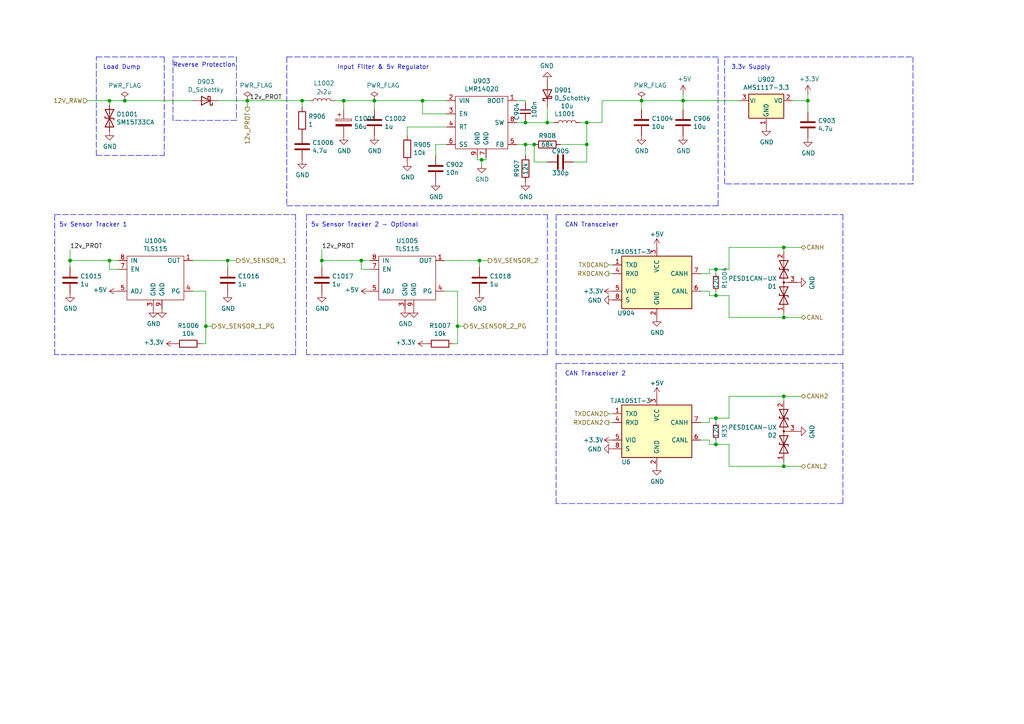
<source format=kicad_sch>
(kicad_sch (version 20211123) (generator eeschema)
  (paper "A4")
  (title_block (title "rusEfi Proteus") (date "2022-04-09") (rev "v0.7") (company "rusEFI") (comment 1 "github.com/mck1117/proteus") (comment 2 "rusefi.com/s/proteus"))
  (lib_symbols
    (symbol "Device:C" (pin_numbers hide) (pin_names (offset 0.254))
      (property "Reference" "C" (at 0.635 2.54 0))
      (property "Value" "C" (at 0.635 -2.54 0))
      (symbol "C_0_1"
        (polyline (pts (xy -2.032 -0.762) (xy 2.032 -0.762)) (stroke (width 0.508)))
        (polyline (pts (xy -2.032 0.762) (xy 2.032 0.762)) (stroke (width 0.508)))
      )
      (symbol "C_1_1"
        (pin passive line (at 0 3.81 270) (length 2.794) (name "~") (number "1"))
        (pin passive line (at 0 -3.81 90) (length 2.794) (name "~") (number "2"))
      )
    )
    (symbol "Device:C_Polarized" (pin_numbers hide) (pin_names (offset 0.254))
      (property "Reference" "C" (at 0.635 2.54 0))
      (property "Value" "C_Polarized" (at 0.635 -2.54 0))
      (symbol "C_Polarized_0_1"
        (rectangle (start -2.286 0.508) (end 2.286 1.016))
        (polyline (pts (xy -1.778 2.286) (xy -0.762 2.286)))
        (polyline (pts (xy -1.27 2.794) (xy -1.27 1.778)))
        (rectangle (start 2.286 -0.508) (end -2.286 -1.016) (fill (type outline)))
      )
      (symbol "C_Polarized_1_1"
        (pin passive line (at 0 3.81 270) (length 2.794) (name "~") (number "1"))
        (pin passive line (at 0 -3.81 90) (length 2.794) (name "~") (number "2"))
      )
    )
    (symbol "Device:C_Small" (pin_numbers hide) (pin_names (offset 0.254) hide)
      (property "Reference" "C" (at 0.254 1.778 0))
      (property "Value" "C_Small" (at 0.254 -2.032 0))
      (symbol "C_Small_0_1"
        (polyline (pts (xy -1.524 -0.508) (xy 1.524 -0.508)) (stroke (width 0.3302)))
        (polyline (pts (xy -1.524 0.508) (xy 1.524 0.508)) (stroke (width 0.3048)))
      )
      (symbol "C_Small_1_1"
        (pin passive line (at 0 2.54 270) (length 2.032) (name "~") (number "1"))
        (pin passive line (at 0 -2.54 90) (length 2.032) (name "~") (number "2"))
      )
    )
    (symbol "Device:D_Schottky" (pin_numbers hide) (pin_names (offset 1.016) hide)
      (property "Reference" "D" (at 0 2.54 0))
      (property "Value" "D_Schottky" (at 0 -2.54 0))
      (symbol "D_Schottky_0_1"
        (polyline (pts (xy 1.27 0) (xy -1.27 0)))
        (polyline (pts (xy 1.27 1.27) (xy 1.27 -1.27) (xy -1.27 0) (xy 1.27 1.27)) (stroke (width 0.254)))
        (polyline (pts (xy -1.905 0.635) (xy -1.905 1.27) (xy -1.27 1.27) (xy -1.27 -1.27) (xy -0.635 -1.27) (xy -0.635 -0.635)) (stroke (width 0.254)))
      )
      (symbol "D_Schottky_1_1"
        (pin passive line (at -3.81 0 0) (length 2.54) (name "K") (number "1"))
        (pin passive line (at 3.81 0 180) (length 2.54) (name "A") (number "2"))
      )
    )
    (symbol "Device:D_TVS" (pin_numbers hide) (pin_names (offset 1.016) hide)
      (property "Reference" "D" (at 0 2.54 0))
      (property "Value" "D_TVS" (at 0 -2.54 0))
      (symbol "D_TVS_0_1"
        (polyline (pts (xy 1.27 0) (xy -1.27 0)))
        (polyline (pts (xy 0.508 1.27) (xy 0 1.27) (xy 0 -1.27) (xy -0.508 -1.27)) (stroke (width 0.254)))
        (polyline (pts (xy -2.54 1.27) (xy -2.54 -1.27) (xy 2.54 1.27) (xy 2.54 -1.27) (xy -2.54 1.27)) (stroke (width 0.254)))
      )
      (symbol "D_TVS_1_1"
        (pin passive line (at -3.81 0 0) (length 2.54) (name "A1") (number "1"))
        (pin passive line (at 3.81 0 180) (length 2.54) (name "A2") (number "2"))
      )
    )
    (symbol "Device:D_TVS_Dual_AAC" (pin_names (offset 1.016) hide)
      (property "Reference" "D" (at 0 4.445 0))
      (property "Value" "D_TVS_Dual_AAC" (at 0 2.54 0))
      (symbol "D_TVS_Dual_AAC_0_0"
        (polyline (pts (xy 0 -1.27) (xy 0 0)))
      )
      (symbol "D_TVS_Dual_AAC_0_1"
        (polyline (pts (xy -6.35 0) (xy 6.35 0)))
        (polyline (pts (xy -3.302 1.27) (xy -3.81 1.27) (xy -3.81 -1.27) (xy -4.318 -1.27)) (stroke (width 0.254)))
        (polyline (pts (xy 4.318 1.27) (xy 3.81 1.27) (xy 3.81 -1.27) (xy 3.302 -1.27)) (stroke (width 0.254)))
        (polyline (pts (xy -6.35 1.27) (xy -1.27 -1.27) (xy -1.27 1.27) (xy -6.35 -1.27) (xy -6.35 1.27)) (stroke (width 0.254)))
        (polyline (pts (xy 6.35 1.27) (xy 1.27 -1.27) (xy 1.27 1.27) (xy 6.35 -1.27) (xy 6.35 1.27)) (stroke (width 0.254)))
        (circle (center 0 0) (radius 0.254) (fill (type outline)))
      )
      (symbol "D_TVS_Dual_AAC_1_1"
        (pin passive line (at -8.89 0 0) (length 2.54) (name "A1") (number "1"))
        (pin passive line (at 8.89 0 180) (length 2.54) (name "A2") (number "2"))
        (pin input line (at 0 -3.81 90) (length 2.54) (name "common") (number "3"))
      )
    )
    (symbol "Device:L" (pin_numbers hide) (pin_names (offset 1.016) hide)
      (property "Reference" "L" (at -1.27 0 90))
      (property "Value" "L" (at 1.905 0 90))
      (symbol "L_0_1"
        (arc (start 0 -2.54) (mid 0.635 -1.905) (end 0 -1.27))
        (arc (start 0 -1.27) (mid 0.635 -0.635) (end 0 0))
        (arc (start 0 0) (mid 0.635 0.635) (end 0 1.27))
        (arc (start 0 1.27) (mid 0.635 1.905) (end 0 2.54))
      )
      (symbol "L_1_1"
        (pin passive line (at 0 3.81 270) (length 1.27) (name "1") (number "1"))
        (pin passive line (at 0 -3.81 90) (length 1.27) (name "2") (number "2"))
      )
    )
    (symbol "Device:R" (pin_numbers hide) (pin_names (offset 0))
      (property "Reference" "R" (at 2.032 0 90))
      (property "Value" "R" (at 0 0 90))
      (symbol "R_0_1"
        (rectangle (start -1.016 -2.54) (end 1.016 2.54) (stroke (width 0.254)))
      )
      (symbol "R_1_1"
        (pin passive line (at 0 3.81 270) (length 1.27) (name "~") (number "1"))
        (pin passive line (at 0 -3.81 90) (length 1.27) (name "~") (number "2"))
      )
    )
    (symbol "Device:R_Small" (pin_numbers hide) (pin_names (offset 0.254) hide)
      (property "Reference" "R" (at 0.762 0.508 0))
      (property "Value" "R_Small" (at 0.762 -1.016 0))
      (symbol "R_Small_0_1"
        (rectangle (start -0.762 1.778) (end 0.762 -1.778) (stroke (width 0.2032)))
      )
      (symbol "R_Small_1_1"
        (pin passive line (at 0 2.54 270) (length 0.762) (name "~") (number "1"))
        (pin passive line (at 0 -2.54 90) (length 0.762) (name "~") (number "2"))
      )
    )
    (symbol "Interface_CAN_LIN:TJA1051T-3" (pin_names (offset 1.016))
      (property "Reference" "U" (at -10.16 8.89 0))
      (property "Value" "TJA1051T-3" (at 1.27 8.89 0))
      (symbol "TJA1051T-3_0_1"
        (rectangle (start -10.16 7.62) (end 10.16 -7.62) (stroke (width 0.254)) (fill (type background)))
      )
      (symbol "TJA1051T-3_1_1"
        (pin input line (at -12.7 5.08 0) (length 2.54) (name "TXD") (number "1"))
        (pin power_in line (at 0 -10.16 90) (length 2.54) (name "GND") (number "2"))
        (pin power_in line (at 0 10.16 270) (length 2.54) (name "VCC") (number "3"))
        (pin output line (at -12.7 2.54 0) (length 2.54) (name "RXD") (number "4"))
        (pin power_in line (at -12.7 -2.54 0) (length 2.54) (name "VIO") (number "5"))
        (pin bidirectional line (at 12.7 -2.54 180) (length 2.54) (name "CANL") (number "6"))
        (pin bidirectional line (at 12.7 2.54 180) (length 2.54) (name "CANH") (number "7"))
        (pin input line (at -12.7 -5.08 0) (length 2.54) (name "S") (number "8"))
      )
    )
    (symbol "Regulator_Linear:AMS1117-3.3" (pin_names (offset 0.254))
      (property "Reference" "U" (at -3.81 3.175 0))
      (property "Value" "AMS1117-3.3" (at 0 3.175 0))
      (symbol "AMS1117-3.3_0_1"
        (rectangle (start -5.08 -5.08) (end 5.08 1.905) (stroke (width 0.254)) (fill (type background)))
      )
      (symbol "AMS1117-3.3_1_1"
        (pin power_in line (at 0 -7.62 90) (length 2.54) (name "GND") (number "1"))
        (pin power_out line (at 7.62 0 180) (length 2.54) (name "VO") (number "2"))
        (pin power_in line (at -7.62 0 0) (length 2.54) (name "VI") (number "3"))
      )
    )
    (symbol "infineon_psu:TLS115" (pin_names (offset 1.016))
      (property "Reference" "U" (at -6.35 -10.16 0))
      (property "Value" "TLS115" (at -3.81 5.08 0))
      (symbol "TLS115_0_1"
        (rectangle (start -7.62 3.81) (end 8.89 -8.89))
      )
      (symbol "TLS115_1_1"
        (pin output line (at 11.43 2.54 180) (length 2.54) (name "OUT") (number "1"))
        (pin no_connect line (at 0 0 0) (length 2.54) hide (name "~") (number "2"))
        (pin power_in line (at 0 -11.43 90) (length 2.54) (name "GND") (number "3"))
        (pin open_collector line (at 11.43 -6.35 180) (length 2.54) (name "PG") (number "4"))
        (pin input line (at -10.16 -6.35 0) (length 2.54) (name "ADJ") (number "5"))
        (pin no_connect line (at 0 -2.54 0) (length 2.54) hide (name "~") (number "6"))
        (pin input line (at -10.16 0 0) (length 2.54) (name "EN") (number "7"))
        (pin power_in line (at -10.16 2.54 0) (length 2.54) (name "IN") (number "8"))
        (pin power_in line (at 2.54 -11.43 90) (length 2.54) (name "GND") (number "9"))
      )
    )
    (symbol "lmr14020:LMR14020" (pin_names (offset 1.016))
      (property "Reference" "U" (at -3.81 -11.43 0))
      (property "Value" "LMR14020" (at 2.54 8.89 0))
      (symbol "LMR14020_0_1"
        (rectangle (start -5.08 -8.89) (end 10.16 6.35))
      )
      (symbol "LMR14020_1_1"
        (pin bidirectional line (at 12.7 5.08 180) (length 2.54) (name "BOOT") (number "1"))
        (pin power_in line (at -7.62 5.08 0) (length 2.54) (name "VIN") (number "2"))
        (pin input line (at -7.62 1.27 0) (length 2.54) (name "EN") (number "3"))
        (pin bidirectional line (at -7.62 -2.54 0) (length 2.54) (name "RT") (number "4"))
        (pin input line (at 12.7 -7.62 180) (length 2.54) (name "FB") (number "5"))
        (pin bidirectional line (at -7.62 -7.62 0) (length 2.54) (name "SS") (number "6"))
        (pin power_in line (at 3.81 -11.43 90) (length 2.54) (name "GND") (number "7"))
        (pin power_out line (at 12.7 -1.27 180) (length 2.54) (name "SW") (number "8"))
        (pin power_in line (at 1.27 -11.43 90) (length 2.54) (name "GND") (number "9"))
      )
    )
    (symbol "power:+3.3V" (power) (pin_names (offset 0))
      (property "Value" "+3.3V" (at 0 3.556 0))
      (symbol "+3.3V_0_1"
        (polyline (pts (xy -0.762 1.27) (xy 0 2.54)))
        (polyline (pts (xy 0 0) (xy 0 2.54)))
        (polyline (pts (xy 0 2.54) (xy 0.762 1.27)))
      )
      (symbol "+3.3V_1_1"
        (pin power_in line (at 0 0 90) (length 0) hide (name "+3.3V") (number "1"))
      )
    )
    (symbol "power:+5V" (power) (pin_names (offset 0))
      (property "Value" "+5V" (at 0 3.556 0))
      (symbol "+5V_0_1"
        (polyline (pts (xy -0.762 1.27) (xy 0 2.54)))
        (polyline (pts (xy 0 0) (xy 0 2.54)))
        (polyline (pts (xy 0 2.54) (xy 0.762 1.27)))
      )
      (symbol "+5V_1_1"
        (pin power_in line (at 0 0 90) (length 0) hide (name "+5V") (number "1"))
      )
    )
    (symbol "power:GND" (power) (pin_names (offset 0))
      (property "Value" "GND" (at 0 -3.81 0))
      (symbol "GND_0_1"
        (polyline (pts (xy 0 0) (xy 0 -1.27) (xy 1.27 -1.27) (xy 0 -2.54) (xy -1.27 -1.27) (xy 0 -1.27)))
      )
      (symbol "GND_1_1"
        (pin power_in line (at 0 0 270) (length 0) hide (name "GND") (number "1"))
      )
    )
    (symbol "power:PWR_FLAG" (power) (pin_numbers hide) (pin_names (offset 0) hide)
      (property "Value" "PWR_FLAG" (at 0 3.81 0))
      (symbol "PWR_FLAG_0_0"
        (pin power_out line (at 0 0 90) (length 0) (name "pwr") (number "1"))
      )
      (symbol "PWR_FLAG_0_1"
        (polyline (pts (xy 0 0) (xy 0 1.27) (xy -1.016 1.905) (xy 0 2.54) (xy 1.016 1.905) (xy 0 1.27)))
      )
    )
  )
  (junction (at 158.75 35.56))
  (junction (at 87.63 29.21))
  (junction (at 36.195 29.21))
  (junction (at 227.33 135.255))
  (junction (at 198.12 29.21))
  (junction (at 139.7 46.355))
  (junction (at 207.645 78.105))
  (junction (at 93.345 75.565))
  (junction (at 234.315 29.21))
  (junction (at 139.065 75.565))
  (junction (at 152.4 35.56))
  (junction (at 104.775 75.565))
  (junction (at 227.33 71.755))
  (junction (at 186.055 29.21))
  (junction (at 108.585 29.21))
  (junction (at 122.555 29.21))
  (junction (at 207.645 85.725))
  (junction (at 154.94 41.91))
  (junction (at 99.695 29.21))
  (junction (at 132.715 94.615))
  (junction (at 71.755 29.21))
  (junction (at 31.75 29.21))
  (junction (at 170.18 35.56))
  (junction (at 20.32 75.565))
  (junction (at 31.75 75.565))
  (junction (at 207.645 121.285))
  (junction (at 66.04 75.565))
  (junction (at 59.69 94.615))
  (junction (at 227.33 114.935))
  (junction (at 152.4 41.91))
  (junction (at 170.18 41.91))
  (junction (at 227.33 92.075))
  (junction (at 207.645 128.905))
  (wire (pts (xy 177.8 120.015) (xy 176.53 120.015)))
  (wire (pts (xy 227.33 114.935) (xy 211.455 114.935)))
  (wire (pts (xy 211.455 128.905) (xy 207.645 128.905)))
  (wire (pts (xy 126.365 45.085) (xy 126.365 41.91)))
  (wire (pts (xy 170.18 35.56) (xy 174.625 35.56)))
  (wire (pts (xy 31.75 78.105) (xy 31.75 75.565)))
  (wire (pts (xy 198.12 29.21) (xy 198.12 31.75)))
  (polyline (pts (xy 88.9 62.23) (xy 158.75 62.23)))
  (wire (pts (xy 132.715 84.455) (xy 132.715 94.615)))
  (wire (pts (xy 234.315 29.21) (xy 234.315 32.385)))
  (wire (pts (xy 203.2 84.455) (xy 205.74 84.455)))
  (wire (pts (xy 227.33 135.255) (xy 211.455 135.255)))
  (wire (pts (xy 158.75 46.99) (xy 154.94 46.99)))
  (polyline (pts (xy 244.475 62.23) (xy 244.475 102.87)))
  (wire (pts (xy 55.88 84.455) (xy 59.69 84.455)))
  (polyline (pts (xy 161.29 105.41) (xy 244.475 105.41)))
  (wire (pts (xy 132.715 99.695) (xy 132.715 94.615)))
  (wire (pts (xy 93.345 77.47) (xy 93.345 75.565)))
  (polyline (pts (xy 208.28 59.69) (xy 208.28 16.51)))
  (wire (pts (xy 205.74 84.455) (xy 205.74 85.725)))
  (wire (pts (xy 99.695 29.21) (xy 108.585 29.21)))
  (wire (pts (xy 149.86 29.21) (xy 152.4 29.21)))
  (wire (pts (xy 232.41 114.935) (xy 227.33 114.935)))
  (wire (pts (xy 118.11 36.83) (xy 129.54 36.83)))
  (wire (pts (xy 152.4 29.21) (xy 152.4 29.845)))
  (wire (pts (xy 87.63 29.21) (xy 87.63 31.115)))
  (polyline (pts (xy 83.185 59.69) (xy 208.28 59.69)))
  (wire (pts (xy 232.41 92.075) (xy 227.33 92.075)))
  (wire (pts (xy 203.2 122.555) (xy 205.74 122.555)))
  (wire (pts (xy 207.645 85.725) (xy 205.74 85.725)))
  (wire (pts (xy 20.32 72.39) (xy 20.32 75.565)))
  (wire (pts (xy 108.585 31.75) (xy 108.585 29.21)))
  (wire (pts (xy 55.88 29.21) (xy 36.195 29.21)))
  (polyline (pts (xy 27.94 45.085) (xy 27.94 16.51)))
  (polyline (pts (xy 68.58 34.925) (xy 50.165 34.925)))
  (wire (pts (xy 177.8 76.835) (xy 176.53 76.835)))
  (wire (pts (xy 31.75 75.565) (xy 34.29 75.565)))
  (wire (pts (xy 66.04 75.565) (xy 66.04 77.47)))
  (wire (pts (xy 207.645 128.905) (xy 205.74 128.905)))
  (wire (pts (xy 232.41 71.755) (xy 227.33 71.755)))
  (wire (pts (xy 139.7 46.355) (xy 140.97 46.355)))
  (wire (pts (xy 227.33 135.255) (xy 227.33 133.985)))
  (polyline (pts (xy 244.475 102.87) (xy 161.29 102.87)))
  (wire (pts (xy 126.365 41.91) (xy 129.54 41.91)))
  (wire (pts (xy 227.33 92.075) (xy 211.455 92.075)))
  (wire (pts (xy 207.645 84.455) (xy 207.645 85.725)))
  (wire (pts (xy 234.315 27.305) (xy 234.315 29.21)))
  (wire (pts (xy 25.4 29.21) (xy 31.75 29.21)))
  (wire (pts (xy 59.69 84.455) (xy 59.69 94.615)))
  (polyline (pts (xy 15.875 102.87) (xy 15.875 62.23)))
  (wire (pts (xy 149.86 35.56) (xy 152.4 35.56)))
  (wire (pts (xy 71.755 31.115) (xy 71.755 29.21)))
  (wire (pts (xy 97.155 29.21) (xy 99.695 29.21)))
  (wire (pts (xy 36.195 29.21) (xy 31.75 29.21)))
  (wire (pts (xy 232.41 135.255) (xy 227.33 135.255)))
  (wire (pts (xy 152.4 35.56) (xy 158.75 35.56)))
  (wire (pts (xy 168.275 35.56) (xy 170.18 35.56)))
  (polyline (pts (xy 15.875 62.23) (xy 85.725 62.23)))
  (polyline (pts (xy 244.475 105.41) (xy 244.475 146.05)))
  (polyline (pts (xy 161.29 102.87) (xy 161.29 62.23)))
  (wire (pts (xy 138.43 45.72) (xy 138.43 46.355)))
  (polyline (pts (xy 85.725 62.23) (xy 85.725 102.87)))
  (wire (pts (xy 205.74 127.635) (xy 205.74 128.905)))
  (polyline (pts (xy 68.58 16.51) (xy 68.58 34.925)))
  (wire (pts (xy 58.42 99.695) (xy 59.69 99.695)))
  (wire (pts (xy 122.555 33.02) (xy 129.54 33.02)))
  (wire (pts (xy 211.455 71.755) (xy 211.455 78.105)))
  (wire (pts (xy 207.645 121.285) (xy 211.455 121.285)))
  (wire (pts (xy 207.645 121.285) (xy 205.74 121.285)))
  (wire (pts (xy 158.75 31.115) (xy 158.75 35.56)))
  (wire (pts (xy 211.455 114.935) (xy 211.455 121.285)))
  (wire (pts (xy 20.32 77.47) (xy 20.32 75.565)))
  (wire (pts (xy 107.315 78.105) (xy 104.775 78.105)))
  (wire (pts (xy 55.88 75.565) (xy 66.04 75.565)))
  (wire (pts (xy 131.445 99.695) (xy 132.715 99.695)))
  (wire (pts (xy 87.63 29.21) (xy 89.535 29.21)))
  (wire (pts (xy 61.595 94.615) (xy 59.69 94.615)))
  (wire (pts (xy 149.86 41.91) (xy 152.4 41.91)))
  (wire (pts (xy 170.18 46.99) (xy 166.37 46.99)))
  (wire (pts (xy 68.58 75.565) (xy 66.04 75.565)))
  (polyline (pts (xy 208.28 16.51) (xy 83.185 16.51)))
  (wire (pts (xy 118.11 39.37) (xy 118.11 36.83)))
  (wire (pts (xy 63.5 29.21) (xy 71.755 29.21)))
  (wire (pts (xy 141.605 75.565) (xy 139.065 75.565)))
  (wire (pts (xy 138.43 46.355) (xy 139.7 46.355)))
  (polyline (pts (xy 50.165 16.51) (xy 68.58 16.51)))
  (polyline (pts (xy 47.625 16.51) (xy 47.625 45.085)))
  (wire (pts (xy 128.905 75.565) (xy 139.065 75.565)))
  (wire (pts (xy 203.2 127.635) (xy 205.74 127.635)))
  (wire (pts (xy 34.29 78.105) (xy 31.75 78.105)))
  (wire (pts (xy 170.18 41.91) (xy 170.18 35.56)))
  (wire (pts (xy 170.18 41.91) (xy 170.18 46.99)))
  (wire (pts (xy 227.33 71.755) (xy 211.455 71.755)))
  (wire (pts (xy 203.2 79.375) (xy 205.74 79.375)))
  (wire (pts (xy 128.905 84.455) (xy 132.715 84.455)))
  (wire (pts (xy 71.755 29.21) (xy 87.63 29.21)))
  (wire (pts (xy 139.065 75.565) (xy 139.065 77.47)))
  (wire (pts (xy 229.87 29.21) (xy 234.315 29.21)))
  (polyline (pts (xy 210.185 16.51) (xy 264.795 16.51)))
  (wire (pts (xy 227.33 71.755) (xy 227.33 73.025)))
  (wire (pts (xy 158.75 35.56) (xy 160.655 35.56)))
  (wire (pts (xy 20.32 75.565) (xy 31.75 75.565)))
  (polyline (pts (xy 264.795 53.34) (xy 210.185 53.34)))
  (wire (pts (xy 186.055 29.21) (xy 186.055 31.75)))
  (polyline (pts (xy 27.94 16.51) (xy 47.625 16.51)))
  (wire (pts (xy 59.69 99.695) (xy 59.69 94.615)))
  (polyline (pts (xy 85.725 102.87) (xy 15.875 102.87)))
  (wire (pts (xy 139.7 47.625) (xy 139.7 46.355)))
  (wire (pts (xy 207.645 127.635) (xy 207.645 128.905)))
  (wire (pts (xy 186.055 29.21) (xy 198.12 29.21)))
  (wire (pts (xy 176.53 122.555) (xy 177.8 122.555)))
  (wire (pts (xy 104.775 78.105) (xy 104.775 75.565)))
  (polyline (pts (xy 158.75 62.23) (xy 158.75 102.87)))
  (wire (pts (xy 211.455 92.075) (xy 211.455 85.725)))
  (wire (pts (xy 154.94 46.99) (xy 154.94 41.91)))
  (wire (pts (xy 211.455 135.255) (xy 211.455 128.905)))
  (wire (pts (xy 134.62 94.615) (xy 132.715 94.615)))
  (wire (pts (xy 227.33 92.075) (xy 227.33 90.805)))
  (polyline (pts (xy 50.165 34.925) (xy 50.165 16.51)))
  (polyline (pts (xy 161.29 62.23) (xy 244.475 62.23)))
  (wire (pts (xy 227.33 114.935) (xy 227.33 116.205)))
  (polyline (pts (xy 27.94 45.085) (xy 47.625 45.085)))
  (wire (pts (xy 207.645 78.105) (xy 205.74 78.105)))
  (wire (pts (xy 207.645 79.375) (xy 207.645 78.105)))
  (wire (pts (xy 93.345 72.39) (xy 93.345 75.565)))
  (wire (pts (xy 152.4 41.91) (xy 154.94 41.91)))
  (wire (pts (xy 211.455 85.725) (xy 207.645 85.725)))
  (wire (pts (xy 108.585 29.21) (xy 122.555 29.21)))
  (wire (pts (xy 122.555 29.21) (xy 122.555 33.02)))
  (polyline (pts (xy 244.475 146.05) (xy 161.29 146.05)))
  (wire (pts (xy 174.625 29.21) (xy 186.055 29.21)))
  (polyline (pts (xy 83.185 16.51) (xy 83.185 59.69)))
  (wire (pts (xy 122.555 29.21) (xy 129.54 29.21)))
  (wire (pts (xy 207.645 122.555) (xy 207.645 121.285)))
  (polyline (pts (xy 210.185 53.34) (xy 210.185 16.51)))
  (wire (pts (xy 104.775 75.565) (xy 107.315 75.565)))
  (polyline (pts (xy 264.795 16.51) (xy 264.795 53.34)))
  (wire (pts (xy 198.12 29.21) (xy 214.63 29.21)))
  (wire (pts (xy 205.74 122.555) (xy 205.74 121.285)))
  (wire (pts (xy 152.4 41.91) (xy 152.4 45.085)))
  (wire (pts (xy 198.12 27.305) (xy 198.12 29.21)))
  (wire (pts (xy 205.74 79.375) (xy 205.74 78.105)))
  (wire (pts (xy 152.4 34.925) (xy 152.4 35.56)))
  (wire (pts (xy 140.97 46.355) (xy 140.97 45.72)))
  (wire (pts (xy 31.75 29.21) (xy 31.75 30.48)))
  (wire (pts (xy 99.695 29.21) (xy 99.695 31.75)))
  (wire (pts (xy 207.645 78.105) (xy 211.455 78.105)))
  (wire (pts (xy 162.56 41.91) (xy 170.18 41.91)))
  (polyline (pts (xy 88.9 102.87) (xy 88.9 62.23)))
  (polyline (pts (xy 158.75 102.87) (xy 88.9 102.87)))
  (wire (pts (xy 174.625 35.56) (xy 174.625 29.21)))
  (wire (pts (xy 176.53 79.375) (xy 177.8 79.375)))
  (polyline (pts (xy 161.29 146.05) (xy 161.29 105.41)))
  (wire (pts (xy 93.345 75.565) (xy 104.775 75.565)))
  (text "Load Dump" (at 29.845 20.32 0) (effects (font (size 1.27 1.27)) (justify left bottom)))
  (text "CAN Transceiver 2" (at 163.83 109.22 0) (effects (font (size 1.27 1.27)) (justify left bottom)))
  (text "Input Filter & 5v Regulator" (at 97.79 20.32 0) (effects (font (size 1.27 1.27)) (justify left bottom)))
  (text "CAN Transceiver" (at 163.83 66.04 0) (effects (font (size 1.27 1.27)) (justify left bottom)))
  (text "5v Sensor Tracker 1" (at 17.145 66.04 0) (effects (font (size 1.27 1.27)) (justify left bottom)))
  (text "3.3v Supply" (at 212.09 20.32 0) (effects (font (size 1.27 1.27)) (justify left bottom)))
  (text "Reverse Protection" (at 50.165 19.685 0) (effects (font (size 1.27 1.27)) (justify left bottom)))
  (text "5v Sensor Tracker 2 - Optional" (at 90.17 66.04 0) (effects (font (size 1.27 1.27)) (justify left bottom)))
  (label "12v_PROT" (at 20.32 72.39 0))
  (label "12v_PROT" (at 93.345 72.39 0))
  (label "12v_PROT" (at 72.39 29.21 0))
  (hierarchical_label "5V_SENSOR_2_PG" (shape output) (at 134.62 94.615 0))
  (hierarchical_label "TXDCAN" (shape input) (at 176.53 76.835 180))
  (hierarchical_label "CANL2" (shape bidirectional) (at 232.41 135.255 0))
  (hierarchical_label "TXDCAN2" (shape input) (at 176.53 120.015 180))
  (hierarchical_label "12v_PROT" (shape output) (at 71.755 31.115 270))
  (hierarchical_label "12V_RAW" (shape input) (at 25.4 29.21 180))
  (hierarchical_label "RXDCAN" (shape output) (at 176.53 79.375 180))
  (hierarchical_label "5V_SENSOR_1_PG" (shape output) (at 61.595 94.615 0))
  (hierarchical_label "5V_SENSOR_1" (shape output) (at 68.58 75.565 0))
  (hierarchical_label "RXDCAN2" (shape output) (at 176.53 122.555 180))
  (hierarchical_label "CANH2" (shape bidirectional) (at 232.41 114.935 0))
  (hierarchical_label "CANL" (shape bidirectional) (at 232.41 92.075 0))
  (hierarchical_label "5V_SENSOR_2" (shape output) (at 141.605 75.565 0))
  (hierarchical_label "CANH" (shape bidirectional) (at 232.41 71.755 0))
  (symbol (lib_id "Device:L") (at 164.465 35.56 90) (unit 1)
    (property "Reference" "L1001" (at 163.83 33.02 90))
    (property "Value" "10u" (at 164.465 30.734 90))
    (property "Footprint" "sunlord-MWSA0503:MWSA0503" (effects hide))
    (property "LCSC" "C408412" (effects hide))
    (property "LCSC_ext" "1" (effects hide))
    (property "possible_not_ext" "1" (effects hide))
  )
  (symbol (lib_id "Device:C") (at 186.055 35.56 0) (unit 1)
    (property "Reference" "C1004" (at 188.976 34.3916 0) (effects (justify left)))
    (property "Value" "10u" (at 188.976 36.703 0) (effects (justify left)))
    (property "Footprint" "Capacitor_SMD:C_1206_3216Metric" (effects hide))
    (property "LCSC" "C13585" (effects hide))
    (property "LCSC_ext" "0" (effects hide))
  )
  (symbol (lib_id "power:GND") (at 186.055 39.37 0) (unit 1)
    (property "Reference" "#PWR0102" (effects hide))
    (property "Value" "GND" (at 186.182 43.7642 0))
  )
  (symbol (lib_id "power:GND") (at 99.695 39.37 0) (unit 1)
    (property "Reference" "#PWR0103" (effects hide))
    (property "Value" "GND" (at 99.822 43.7642 0))
  )
  (symbol (lib_id "power:+5V") (at 198.12 27.305 0) (unit 1)
    (property "Reference" "#PWR0105" (effects hide))
    (property "Value" "+5V" (at 198.501 22.9108 0))
  )
  (symbol (lib_id "Device:C") (at 108.585 35.56 0) (unit 1)
    (property "Reference" "C1002" (at 111.506 34.3916 0) (effects (justify left)))
    (property "Value" "1u" (at 111.506 36.703 0) (effects (justify left)))
    (property "Footprint" "Capacitor_SMD:C_0603_1608Metric" (effects hide))
    (property "LCSC" "C15849" (effects hide))
    (property "LCSC_ext" "0" (effects hide))
  )
  (symbol (lib_id "power:GND") (at 108.585 39.37 0) (unit 1)
    (property "Reference" "#PWR0106" (effects hide))
    (property "Value" "GND" (at 108.712 43.7642 0))
  )
  (symbol (lib_id "Device:R_Small") (at 207.645 81.915 0) (mirror y) (unit 1)
    (property "Reference" "R1004" (at 210.185 83.82 90) (effects (justify left)))
    (property "Value" "120" (at 207.645 83.82 90) (effects (justify left)))
    (property "Footprint" "Resistor_SMD:R_0603_1608Metric" (effects hide))
    (property "LCSC" "C22787" (effects hide))
    (property "LCSC_ext" "0" (effects hide))
  )
  (symbol (lib_id "Device:D_TVS") (at 31.75 34.29 270) (unit 1)
    (property "Reference" "D1001" (at 33.7566 33.1216 90) (effects (justify left)))
    (property "Value" "SM15T33CA" (at 33.7566 35.433 90) (effects (justify left)))
    (property "Footprint" "Diode_SMD:D_SMC" (effects hide))
    (property "PN" "SM15T33CA" (effects hide))
    (property "LCSC" "C151281" (effects hide))
    (property "LCSC_ext" "1" (effects hide))
    (property "possible_not_ext" "1" (effects hide))
  )
  (symbol (lib_id "power:GND") (at 31.75 38.1 0) (unit 1)
    (property "Reference" "#PWR01001" (effects hide))
    (property "Value" "GND" (at 31.877 42.4942 0))
  )
  (symbol (lib_id "Device:C_Polarized") (at 99.695 35.56 0) (unit 1)
    (property "Reference" "C1001" (at 102.6922 34.3916 0) (effects (justify left)))
    (property "Value" "56u" (at 102.6922 36.703 0) (effects (justify left)))
    (property "Footprint" "Capacitor_THT:CP_Radial_D8.0mm_P3.50mm" (effects hide))
    (property "PN" "EEH-AZF1H560B" (effects hide))
    (property "LCSC" "N/A" (effects hide))
  )
  (symbol (lib_id "power:+3.3V") (at 234.315 27.305 0) (unit 1)
    (property "Reference" "#PWR01017" (effects hide))
    (property "Value" "+3.3V" (at 234.696 22.9108 0))
  )
  (symbol (lib_id "Device:L") (at 93.345 29.21 90) (unit 1)
    (property "Reference" "L1002" (at 93.98 24.13 90))
    (property "Value" "2.2u" (at 93.98 26.67 90))
    (property "Footprint" "Inductor_SMD:L_1210_3225Metric" (effects hide))
    (property "Datasheet" "~" (at 93.345 26.67 90))
    (property "PN" "SRN3015TA-2R2M" (effects hide))
    (property "LCSC" "C36828" (effects hide))
    (property "LCSC_ext" "1" (effects hide))
    (property "possible_not_ext" "1" (effects hide))
  )
  (symbol (lib_id "Device:C") (at 87.63 42.545 0) (unit 1)
    (property "Reference" "C1006" (at 90.551 41.3766 0) (effects (justify left)))
    (property "Value" "4.7u" (at 90.551 43.688 0) (effects (justify left)))
    (property "Footprint" "Capacitor_SMD:C_0603_1608Metric" (effects hide))
    (property "LCSC" "C19666" (effects hide))
    (property "LCSC_ext" "0" (effects hide))
  )
  (symbol (lib_id "power:GND") (at 87.63 46.355 0) (unit 1)
    (property "Reference" "#PWR0111" (effects hide))
    (property "Value" "GND" (at 87.757 50.7492 0))
  )
  (symbol (lib_id "infineon_psu:TLS115") (at 44.45 78.105 0) (unit 1)
    (property "Reference" "U1004" (at 45.085 69.85 0))
    (property "Value" "TLS115" (at 45.085 72.1614 0))
    (property "Footprint" "Package_SO:Infineon_PG-DSO-8-43" (effects hide))
    (property "PN" "TLS115D0E" (effects hide))
    (property "LCSC" "N/A" (effects hide))
  )
  (symbol (lib_id "power:+5V") (at 34.29 84.455 90) (unit 1)
    (property "Reference" "#PWR01028" (effects hide))
    (property "Value" "+5V" (at 31.0388 84.074 90) (effects (justify left)))
  )
  (symbol (lib_id "power:GND") (at 44.45 89.535 0) (unit 1)
    (property "Reference" "#PWR01034" (effects hide))
    (property "Value" "GND" (at 44.577 93.9292 0))
  )
  (symbol (lib_id "power:GND") (at 46.99 89.535 0) (unit 1)
    (property "Reference" "#PWR01035" (effects hide))
    (property "Value" "GND" (effects hide))
  )
  (symbol (lib_id "Device:C") (at 66.04 81.28 0) (unit 1)
    (property "Reference" "C1016" (at 68.961 80.1116 0) (effects (justify left)))
    (property "Value" "1u" (at 68.961 82.423 0) (effects (justify left)))
    (property "Footprint" "Capacitor_SMD:C_0603_1608Metric" (effects hide))
    (property "LCSC" "C15849" (effects hide))
    (property "LCSC_ext" "0" (effects hide))
  )
  (symbol (lib_id "power:GND") (at 66.04 85.09 0) (unit 1)
    (property "Reference" "#PWR01031" (effects hide))
    (property "Value" "GND" (at 66.167 89.4842 0))
  )
  (symbol (lib_id "Device:C") (at 20.32 81.28 0) (unit 1)
    (property "Reference" "C1015" (at 23.241 80.1116 0) (effects (justify left)))
    (property "Value" "1u" (at 23.241 82.423 0) (effects (justify left)))
    (property "Footprint" "Capacitor_SMD:C_0603_1608Metric" (effects hide))
    (property "LCSC" "C15849" (effects hide))
    (property "LCSC_ext" "0" (effects hide))
  )
  (symbol (lib_id "power:GND") (at 20.32 85.09 0) (unit 1)
    (property "Reference" "#PWR01030" (effects hide))
    (property "Value" "GND" (at 20.447 89.4842 0))
  )
  (symbol (lib_id "Device:R") (at 54.61 99.695 270) (unit 1)
    (property "Reference" "R1006" (at 54.61 94.4372 90))
    (property "Value" "10k" (at 54.61 96.7486 90))
    (property "Footprint" "Resistor_SMD:R_0402_1005Metric" (effects hide))
    (property "LCSC" "C25744" (effects hide))
    (property "LCSC_ext" "0" (effects hide))
  )
  (symbol (lib_id "power:+3.3V") (at 50.8 99.695 90) (unit 1)
    (property "Reference" "#PWR01038" (effects hide))
    (property "Value" "+3.3V" (at 47.5488 99.314 90) (effects (justify left)))
  )
  (symbol (lib_id "Device:D_Schottky") (at 59.69 29.21 180) (unit 1)
    (property "Reference" "D903" (at 59.69 23.7236 0))
    (property "Value" "D_Schottky" (at 59.69 26.035 0))
    (property "Footprint" "Diode_SMD:D_SMA" (effects hide))
    (property "LCSC" "C8678" (effects hide))
    (property "LCSC_ext" "0" (effects hide))
  )
  (symbol (lib_id "power:+5V") (at 107.315 84.455 90) (unit 1)
    (property "Reference" "#PWR01029" (effects hide))
    (property "Value" "+5V" (at 104.0638 84.074 90) (effects (justify left)))
  )
  (symbol (lib_id "power:GND") (at 117.475 89.535 0) (unit 1)
    (property "Reference" "#PWR01036" (effects hide))
    (property "Value" "GND" (at 117.602 93.9292 0))
  )
  (symbol (lib_id "power:GND") (at 120.015 89.535 0) (unit 1)
    (property "Reference" "#PWR01037" (effects hide))
    (property "Value" "GND" (effects hide))
  )
  (symbol (lib_id "Device:C") (at 139.065 81.28 0) (unit 1)
    (property "Reference" "C1018" (at 141.986 80.1116 0) (effects (justify left)))
    (property "Value" "1u" (at 141.986 82.423 0) (effects (justify left)))
    (property "Footprint" "Capacitor_SMD:C_0603_1608Metric" (effects hide))
    (property "LCSC" "C15849" (effects hide))
    (property "LCSC_ext" "0" (effects hide))
  )
  (symbol (lib_id "power:GND") (at 139.065 85.09 0) (unit 1)
    (property "Reference" "#PWR01033" (effects hide))
    (property "Value" "GND" (at 139.192 89.4842 0))
  )
  (symbol (lib_id "Device:C") (at 93.345 81.28 0) (unit 1)
    (property "Reference" "C1017" (at 96.266 80.1116 0) (effects (justify left)))
    (property "Value" "1u" (at 96.266 82.423 0) (effects (justify left)))
    (property "Footprint" "Capacitor_SMD:C_0603_1608Metric" (effects hide))
    (property "LCSC" "C15849" (effects hide))
    (property "LCSC_ext" "0" (effects hide))
  )
  (symbol (lib_id "power:GND") (at 93.345 85.09 0) (unit 1)
    (property "Reference" "#PWR01032" (effects hide))
    (property "Value" "GND" (at 93.472 89.4842 0))
  )
  (symbol (lib_id "infineon_psu:TLS115") (at 117.475 78.105 0) (unit 1)
    (property "Reference" "U1005" (at 118.11 69.85 0))
    (property "Value" "TLS115" (at 118.11 72.1614 0))
    (property "Footprint" "Package_SO:Infineon_PG-DSO-8-43" (effects hide))
    (property "PN" "TLS115D0E" (effects hide))
    (property "LCSC" "N/A" (effects hide))
  )
  (symbol (lib_id "power:+3.3V") (at 123.825 99.695 90) (unit 1)
    (property "Reference" "#PWR01039" (effects hide))
    (property "Value" "+3.3V" (at 120.5738 99.314 90) (effects (justify left)))
  )
  (symbol (lib_id "Device:R") (at 127.635 99.695 270) (unit 1)
    (property "Reference" "R1007" (at 127.635 94.4372 90))
    (property "Value" "10k" (at 127.635 96.7486 90))
    (property "Footprint" "Resistor_SMD:R_0402_1005Metric" (effects hide))
    (property "LCSC" "C25744" (effects hide))
    (property "LCSC_ext" "0" (effects hide))
  )
  (symbol (lib_id "Device:C") (at 234.315 36.195 0) (unit 1)
    (property "Reference" "C903" (at 237.236 35.0266 0) (effects (justify left)))
    (property "Value" "4.7u" (at 237.236 37.338 0) (effects (justify left)))
    (property "Footprint" "Capacitor_SMD:C_0603_1608Metric" (effects hide))
    (property "LCSC" "C19666" (effects hide))
    (property "LCSC_ext" "0" (effects hide))
  )
  (symbol (lib_id "power:GND") (at 234.315 40.005 0) (unit 1)
    (property "Reference" "#PWR0243" (effects hide))
    (property "Value" "GND" (at 234.442 44.3992 0))
  )
  (symbol (lib_id "Device:D_TVS_Dual_AAC") (at 227.33 81.915 90) (unit 1)
    (property "Reference" "D1" (at 225.3488 83.0834 90) (effects (justify left)))
    (property "Value" "PESD1CAN-UX" (at 225.3488 80.772 90) (effects (justify left)))
    (property "Footprint" "Package_TO_SOT_SMD:SOT-323_SC-70" (effects hide))
    (property "PN" "PESD1CAN-UX" (effects hide))
    (property "LCSC" "C152727" (effects hide))
    (property "LCSC_ext" "1" (effects hide))
  )
  (symbol (lib_id "power:PWR_FLAG") (at 71.755 29.21 0) (unit 1)
    (property "Reference" "#FLG0101" (effects hide))
    (property "Value" "PWR_FLAG" (at 74.295 24.765 0))
  )
  (symbol (lib_id "power:PWR_FLAG") (at 36.195 29.21 0) (unit 1)
    (property "Reference" "#FLG0102" (effects hide))
    (property "Value" "PWR_FLAG" (at 36.195 24.8158 0))
  )
  (symbol (lib_id "power:GND") (at 231.14 81.915 90) (mirror x) (unit 1)
    (property "Reference" "#PWR0253" (effects hide))
    (property "Value" "GND" (at 235.5342 82.042 0))
  )
  (symbol (lib_id "power:PWR_FLAG") (at 108.585 29.21 0) (unit 1)
    (property "Reference" "#FLG0104" (effects hide))
    (property "Value" "PWR_FLAG" (at 111.125 24.765 0))
  )
  (symbol (lib_id "Device:R") (at 87.63 34.925 0) (unit 1)
    (property "Reference" "R906" (at 89.408 33.7566 0) (effects (justify left)))
    (property "Value" "1" (at 89.408 36.068 0) (effects (justify left)))
    (property "Footprint" "Resistor_SMD:R_0402_1005Metric" (effects hide))
    (property "LCSC" "C25086" (effects hide))
    (property "LCSC_ext" "0" (effects hide))
  )
  (symbol (lib_id "lmr14020:LMR14020") (at 137.16 34.29 0) (unit 1)
    (property "Reference" "U903" (at 139.7 23.495 0))
    (property "Value" "LMR14020" (at 139.7 25.8064 0))
    (property "Footprint" "Package_SO:SOIC-8-1EP_3.9x4.9mm_P1.27mm_EP2.29x3mm" (effects hide))
    (property "LCSC" "C187824" (effects hide))
    (property "LCSC_ext" "1" (effects hide))
    (property "PN" "LMR14020" (effects hide))
    (property "possible_not_ext" "0" (effects hide))
  )
  (symbol (lib_id "Device:C_Small") (at 152.4 32.385 0) (unit 1)
    (property "Reference" "C904" (at 149.86 34.925 90) (effects (justify left)))
    (property "Value" "100n" (at 154.94 34.29 90) (effects (justify left)))
    (property "Footprint" "Capacitor_SMD:C_0603_1608Metric" (effects hide))
    (property "LCSC" "C14663" (effects hide))
    (property "LCSC_ext" "0" (effects hide))
  )
  (symbol (lib_id "Device:R") (at 158.75 41.91 90) (unit 1)
    (property "Reference" "R908" (at 158.75 39.37 90))
    (property "Value" "68k" (at 158.75 41.91 90))
    (property "Footprint" "Resistor_SMD:R_0402_1005Metric" (effects hide))
    (property "LCSC" "C36871" (effects hide))
  )
  (symbol (lib_id "Device:R") (at 152.4 48.895 0) (unit 1)
    (property "Reference" "R907" (at 149.86 51.435 90) (effects (justify left)))
    (property "Value" "12k" (at 152.4 50.8 90) (effects (justify left)))
    (property "Footprint" "Resistor_SMD:R_0402_1005Metric" (effects hide))
    (property "LCSC" "C25752" (effects hide))
  )
  (symbol (lib_id "power:GND") (at 152.4 52.705 0) (unit 1)
    (property "Reference" "#PWR0108" (effects hide))
    (property "Value" "GND" (at 152.527 57.0992 0))
  )
  (symbol (lib_id "power:GND") (at 139.7 47.625 0) (unit 1)
    (property "Reference" "#PWR0109" (effects hide))
    (property "Value" "GND" (at 139.827 52.0192 0))
  )
  (symbol (lib_id "Device:C") (at 162.56 46.99 270) (unit 1)
    (property "Reference" "C905" (at 162.56 43.815 90))
    (property "Value" "330p" (at 162.56 50.165 90))
    (property "Footprint" "Capacitor_SMD:C_0402_1005Metric" (effects hide))
    (property "LCSC" "C13533" (effects hide))
    (property "LCSC_ext" "0" (effects hide))
  )
  (symbol (lib_id "Device:R") (at 118.11 43.18 0) (unit 1)
    (property "Reference" "R905" (at 119.888 42.0116 0) (effects (justify left)))
    (property "Value" "10k" (at 119.888 44.323 0) (effects (justify left)))
    (property "Footprint" "Resistor_SMD:R_0402_1005Metric" (effects hide))
    (property "LCSC" "C25744" (effects hide))
    (property "LCSC_ext" "0" (effects hide))
  )
  (symbol (lib_id "power:GND") (at 118.11 46.99 0) (unit 1)
    (property "Reference" "#PWR0223" (effects hide))
    (property "Value" "GND" (at 118.237 51.3842 0))
  )
  (symbol (lib_id "Device:C") (at 126.365 48.895 0) (unit 1)
    (property "Reference" "C902" (at 129.286 47.7266 0) (effects (justify left)))
    (property "Value" "10n" (at 129.286 50.038 0) (effects (justify left)))
    (property "Footprint" "Capacitor_SMD:C_0603_1608Metric" (effects hide))
    (property "LCSC" "C57112" (effects hide))
    (property "LCSC_ext" "0" (effects hide))
  )
  (symbol (lib_id "power:GND") (at 126.365 52.705 0) (unit 1)
    (property "Reference" "#PWR0224" (effects hide))
    (property "Value" "GND" (at 126.492 57.0992 0))
  )
  (symbol (lib_id "Device:D_Schottky") (at 158.75 27.305 90) (unit 1)
    (property "Reference" "D901" (at 160.7566 26.1366 90) (effects (justify right)))
    (property "Value" "D_Schottky" (at 160.7566 28.448 90) (effects (justify right)))
    (property "Footprint" "Diode_SMD:D_SMA" (effects hide))
    (property "LCSC" "C8678" (effects hide))
    (property "LCSC_ext" "0" (effects hide))
  )
  (symbol (lib_id "power:GND") (at 158.75 23.495 180) (unit 1)
    (property "Reference" "#PWR0228" (effects hide))
    (property "Value" "GND" (at 158.623 19.1008 0))
  )
  (symbol (lib_id "Interface_CAN_LIN:TJA1051T-3") (at 190.5 81.915 0) (unit 1)
    (property "Reference" "U904" (at 181.61 90.805 0))
    (property "Value" "TJA1051T-3" (at 182.88 73.025 0))
    (property "Footprint" "Package_SO:SOIC-8_3.9x4.9mm_P1.27mm" (effects hide))
    (property "Datasheet" "http://www.nxp.com/documents/data_sheet/TJA1051.pdf" (effects hide))
    (property "LCSC" "C38695" (effects hide))
    (property "LCSC_ext" "0" (effects hide))
  )
  (symbol (lib_id "power:GND") (at 190.5 92.075 0) (unit 1)
    (property "Reference" "#PWR0287" (effects hide))
    (property "Value" "GND" (at 190.627 96.4692 0))
  )
  (symbol (lib_id "power:+5V") (at 190.5 71.755 0) (unit 1)
    (property "Reference" "#PWR0288" (effects hide))
    (property "Value" "+5V" (at 190.5 67.945 0))
  )
  (symbol (lib_id "power:+3.3V") (at 177.8 84.455 90) (unit 1)
    (property "Reference" "#PWR0289" (effects hide))
    (property "Value" "+3.3V" (at 172.085 84.455 90))
  )
  (symbol (lib_id "power:GND") (at 177.8 86.995 270) (unit 1)
    (property "Reference" "#PWR0290" (effects hide))
    (property "Value" "GND" (at 174.5488 87.122 90) (effects (justify right)))
  )
  (symbol (lib_id "power:PWR_FLAG") (at 186.055 29.21 0) (unit 1)
    (property "Reference" "#FLG0109" (effects hide))
    (property "Value" "PWR_FLAG" (at 188.595 24.765 0))
  )
  (symbol (lib_id "Device:C") (at 198.12 35.56 0) (unit 1)
    (property "Reference" "C906" (at 201.041 34.3916 0) (effects (justify left)))
    (property "Value" "10u" (at 201.041 36.703 0) (effects (justify left)))
    (property "Footprint" "Capacitor_SMD:C_1206_3216Metric" (effects hide))
    (property "LCSC" "C13585" (effects hide))
    (property "LCSC_ext" "0" (effects hide))
  )
  (symbol (lib_id "power:GND") (at 222.25 36.83 0) (unit 1)
    (property "Reference" "#PWR0227" (effects hide))
    (property "Value" "GND" (at 222.377 41.2242 0))
  )
  (symbol (lib_id "power:GND") (at 198.12 39.37 0) (unit 1)
    (property "Reference" "#PWR0310" (effects hide))
    (property "Value" "GND" (at 198.247 43.7642 0))
  )
  (symbol (lib_id "Regulator_Linear:AMS1117-3.3") (at 222.25 29.21 0) (unit 1)
    (property "Reference" "U902" (at 222.25 23.0632 0))
    (property "Value" "AMS1117-3.3" (at 222.25 25.3746 0))
    (property "Footprint" "Package_TO_SOT_SMD:SOT-223-3_TabPin2" (effects hide))
    (property "Datasheet" "http://www.advanced-monolithic.com/pdf/ds1117.pdf" (effects hide))
    (property "LCSC" "C6186" (effects hide))
    (property "LCSC_ext" "0" (effects hide))
  )
  (symbol (lib_id "Device:R_Small") (at 207.645 125.095 0) (mirror y) (unit 1)
    (property "Reference" "R33" (at 210.185 127 90) (effects (justify left)))
    (property "Value" "120" (at 207.645 127 90) (effects (justify left)))
    (property "Footprint" "Resistor_SMD:R_0603_1608Metric" (effects hide))
    (property "LCSC" "C22787" (effects hide))
    (property "LCSC_ext" "0" (effects hide))
  )
  (symbol (lib_id "Device:D_TVS_Dual_AAC") (at 227.33 125.095 90) (unit 1)
    (property "Reference" "D2" (at 225.3488 126.2634 90) (effects (justify left)))
    (property "Value" "PESD1CAN-UX" (at 225.3488 123.952 90) (effects (justify left)))
    (property "Footprint" "Package_TO_SOT_SMD:SOT-323_SC-70" (effects hide))
    (property "PN" "PESD1CAN-UX" (effects hide))
    (property "LCSC" "C152727" (effects hide))
    (property "LCSC_ext" "1" (effects hide))
  )
  (symbol (lib_id "power:GND") (at 231.14 125.095 90) (mirror x) (unit 1)
    (property "Reference" "#PWR0316" (effects hide))
    (property "Value" "GND" (at 235.5342 125.222 0))
  )
  (symbol (lib_id "Interface_CAN_LIN:TJA1051T-3") (at 190.5 125.095 0) (unit 1)
    (property "Reference" "U6" (at 181.61 133.985 0))
    (property "Value" "TJA1051T-3" (at 182.88 116.205 0))
    (property "Footprint" "Package_SO:SOIC-8_3.9x4.9mm_P1.27mm" (effects hide))
    (property "Datasheet" "http://www.nxp.com/documents/data_sheet/TJA1051.pdf" (effects hide))
    (property "LCSC" "C38695" (effects hide))
    (property "LCSC_ext" "0" (effects hide))
  )
  (symbol (lib_id "power:GND") (at 190.5 135.255 0) (unit 1)
    (property "Reference" "#PWR0317" (effects hide))
    (property "Value" "GND" (at 190.627 139.6492 0))
  )
  (symbol (lib_id "power:+5V") (at 190.5 114.935 0) (unit 1)
    (property "Reference" "#PWR0318" (effects hide))
    (property "Value" "+5V" (at 190.5 111.125 0))
  )
  (symbol (lib_id "power:+3.3V") (at 177.8 127.635 90) (unit 1)
    (property "Reference" "#PWR0319" (effects hide))
    (property "Value" "+3.3V" (at 172.085 127.635 90))
  )
  (symbol (lib_id "power:GND") (at 177.8 130.175 270) (unit 1)
    (property "Reference" "#PWR0320" (effects hide))
    (property "Value" "GND" (at 174.5488 130.302 90) (effects (justify right)))
  )
)
</source>
